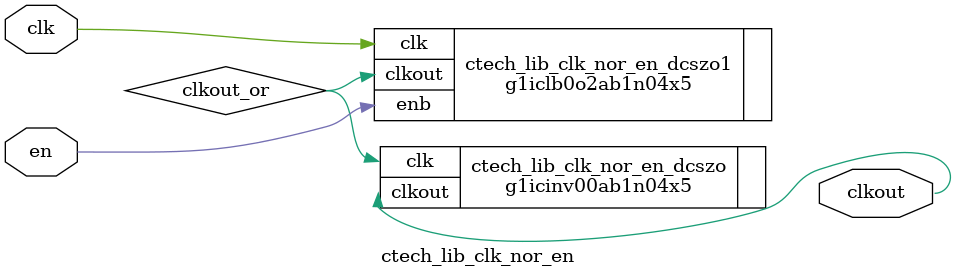
<source format=sv>

module ctech_lib_clk_nor_en (
   input logic clk,
   input logic en,
   output logic clkout );

   logic clkout_or;
   g1iclb0o2ab1n04x5 ctech_lib_clk_nor_en_dcszo1 (.clk(clk),.enb(en),.clkout(clkout_or));
   g1icinv00ab1n04x5 ctech_lib_clk_nor_en_dcszo (.clk(clkout_or),.clkout(clkout));
   
endmodule // ctech_lib_clk_nor_en

</source>
